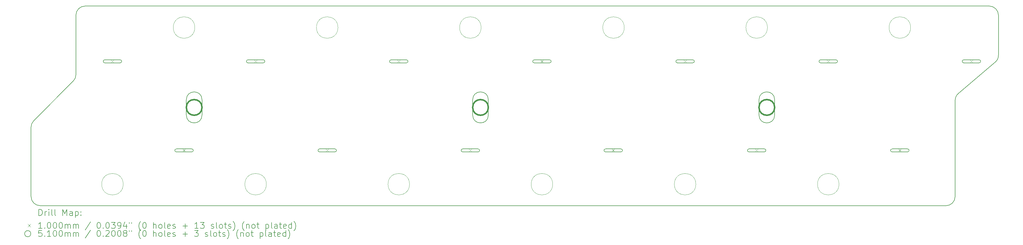
<source format=gbr>
%TF.GenerationSoftware,KiCad,Pcbnew,7.0.7*%
%TF.CreationDate,2023-09-19T02:58:42+01:00*%
%TF.ProjectId,segment-stagx,7365676d-656e-4742-9d73-746167782e6b,rev?*%
%TF.SameCoordinates,Original*%
%TF.FileFunction,Drillmap*%
%TF.FilePolarity,Positive*%
%FSLAX45Y45*%
G04 Gerber Fmt 4.5, Leading zero omitted, Abs format (unit mm)*
G04 Created by KiCad (PCBNEW 7.0.7) date 2023-09-19 02:58:42*
%MOMM*%
%LPD*%
G01*
G04 APERTURE LIST*
%ADD10C,0.150000*%
%ADD11C,0.050000*%
%ADD12C,0.200000*%
%ADD13C,0.100000*%
%ADD14C,0.510000*%
G04 APERTURE END LIST*
D10*
X6287866Y-11052130D02*
G75*
G03*
X6200000Y-11264264I212134J-212130D01*
G01*
D11*
X34830000Y-8020000D02*
G75*
G03*
X34830000Y-8020000I-350000J0D01*
G01*
X30170000Y-8020000D02*
G75*
G03*
X30170000Y-8020000I-350000J0D01*
G01*
X25510000Y-8020000D02*
G75*
G03*
X25510000Y-8020000I-350000J0D01*
G01*
X20850000Y-8020000D02*
G75*
G03*
X20850000Y-8020000I-350000J0D01*
G01*
X16190000Y-8020000D02*
G75*
G03*
X16190000Y-8020000I-350000J0D01*
G01*
X11530000Y-8020000D02*
G75*
G03*
X11530000Y-8020000I-350000J0D01*
G01*
X32500000Y-13120000D02*
G75*
G03*
X32500000Y-13120000I-350000J0D01*
G01*
X27840000Y-13120000D02*
G75*
G03*
X27840000Y-13120000I-350000J0D01*
G01*
X23180000Y-13120000D02*
G75*
G03*
X23180000Y-13120000I-350000J0D01*
G01*
X18520000Y-13120000D02*
G75*
G03*
X18520000Y-13120000I-350000J0D01*
G01*
X13860000Y-13120000D02*
G75*
G03*
X13860000Y-13120000I-350000J0D01*
G01*
D10*
X37690000Y-7620000D02*
G75*
G03*
X37390000Y-7320000I-300000J0D01*
G01*
X7572134Y-9767870D02*
G75*
G03*
X7660000Y-9555736I-212134J212130D01*
G01*
X6287868Y-11052132D02*
X7572132Y-9767868D01*
X7960000Y-7320000D02*
G75*
G03*
X7660000Y-7620000I0J-300000D01*
G01*
X7960000Y-7320000D02*
X37390000Y-7320000D01*
X7660000Y-9555736D02*
X7660000Y-7620000D01*
X35980000Y-13820000D02*
G75*
G03*
X36280000Y-13520000I0J300000D01*
G01*
X6200000Y-13520000D02*
G75*
G03*
X6500000Y-13820000I300000J0D01*
G01*
X6200000Y-13520000D02*
X6200000Y-11264264D01*
X35980000Y-13820000D02*
X6500000Y-13820000D01*
X36386033Y-10165130D02*
G75*
G03*
X36280000Y-10393995I193967J-228860D01*
G01*
X36280000Y-10393995D02*
X36280000Y-13520000D01*
X37583967Y-9149870D02*
G75*
G03*
X37690000Y-8921005I-193967J228860D01*
G01*
X37690000Y-7620000D02*
X37690000Y-8921005D01*
X37583965Y-9149867D02*
X36386036Y-10165133D01*
D11*
X9200000Y-13120000D02*
G75*
G03*
X9200000Y-13120000I-350000J0D01*
G01*
D12*
D13*
X8800000Y-9070000D02*
X8900000Y-9170000D01*
X8900000Y-9070000D02*
X8800000Y-9170000D01*
D12*
X8600000Y-9170000D02*
X9100000Y-9170000D01*
X9100000Y-9170000D02*
G75*
G03*
X9100000Y-9070000I0J50000D01*
G01*
X9100000Y-9070000D02*
X8600000Y-9070000D01*
X8600000Y-9070000D02*
G75*
G03*
X8600000Y-9170000I0J-50000D01*
G01*
D13*
X11130000Y-11970000D02*
X11230000Y-12070000D01*
X11230000Y-11970000D02*
X11130000Y-12070000D01*
D12*
X11430000Y-11970000D02*
X10930000Y-11970000D01*
X10930000Y-11970000D02*
G75*
G03*
X10930000Y-12070000I0J-50000D01*
G01*
X10930000Y-12070000D02*
X11430000Y-12070000D01*
X11430000Y-12070000D02*
G75*
G03*
X11430000Y-11970000I0J50000D01*
G01*
D13*
X13460000Y-9070000D02*
X13560000Y-9170000D01*
X13560000Y-9070000D02*
X13460000Y-9170000D01*
D12*
X13260000Y-9170000D02*
X13760000Y-9170000D01*
X13760000Y-9170000D02*
G75*
G03*
X13760000Y-9070000I0J50000D01*
G01*
X13760000Y-9070000D02*
X13260000Y-9070000D01*
X13260000Y-9070000D02*
G75*
G03*
X13260000Y-9170000I0J-50000D01*
G01*
D13*
X15790000Y-11970000D02*
X15890000Y-12070000D01*
X15890000Y-11970000D02*
X15790000Y-12070000D01*
D12*
X16090000Y-11970000D02*
X15590000Y-11970000D01*
X15590000Y-11970000D02*
G75*
G03*
X15590000Y-12070000I0J-50000D01*
G01*
X15590000Y-12070000D02*
X16090000Y-12070000D01*
X16090000Y-12070000D02*
G75*
G03*
X16090000Y-11970000I0J50000D01*
G01*
D13*
X18120000Y-9070000D02*
X18220000Y-9170000D01*
X18220000Y-9070000D02*
X18120000Y-9170000D01*
D12*
X17920000Y-9170000D02*
X18420000Y-9170000D01*
X18420000Y-9170000D02*
G75*
G03*
X18420000Y-9070000I0J50000D01*
G01*
X18420000Y-9070000D02*
X17920000Y-9070000D01*
X17920000Y-9070000D02*
G75*
G03*
X17920000Y-9170000I0J-50000D01*
G01*
D13*
X20450000Y-11970000D02*
X20550000Y-12070000D01*
X20550000Y-11970000D02*
X20450000Y-12070000D01*
D12*
X20750000Y-11970000D02*
X20250000Y-11970000D01*
X20250000Y-11970000D02*
G75*
G03*
X20250000Y-12070000I0J-50000D01*
G01*
X20250000Y-12070000D02*
X20750000Y-12070000D01*
X20750000Y-12070000D02*
G75*
G03*
X20750000Y-11970000I0J50000D01*
G01*
D13*
X22780000Y-9070000D02*
X22880000Y-9170000D01*
X22880000Y-9070000D02*
X22780000Y-9170000D01*
D12*
X22580000Y-9170000D02*
X23080000Y-9170000D01*
X23080000Y-9170000D02*
G75*
G03*
X23080000Y-9070000I0J50000D01*
G01*
X23080000Y-9070000D02*
X22580000Y-9070000D01*
X22580000Y-9070000D02*
G75*
G03*
X22580000Y-9170000I0J-50000D01*
G01*
D13*
X25100000Y-11970000D02*
X25200000Y-12070000D01*
X25200000Y-11970000D02*
X25100000Y-12070000D01*
D12*
X25400000Y-11970000D02*
X24900000Y-11970000D01*
X24900000Y-11970000D02*
G75*
G03*
X24900000Y-12070000I0J-50000D01*
G01*
X24900000Y-12070000D02*
X25400000Y-12070000D01*
X25400000Y-12070000D02*
G75*
G03*
X25400000Y-11970000I0J50000D01*
G01*
D13*
X27440000Y-9070000D02*
X27540000Y-9170000D01*
X27540000Y-9070000D02*
X27440000Y-9170000D01*
D12*
X27240000Y-9170000D02*
X27740000Y-9170000D01*
X27740000Y-9170000D02*
G75*
G03*
X27740000Y-9070000I0J50000D01*
G01*
X27740000Y-9070000D02*
X27240000Y-9070000D01*
X27240000Y-9070000D02*
G75*
G03*
X27240000Y-9170000I0J-50000D01*
G01*
D13*
X29770000Y-11970000D02*
X29870000Y-12070000D01*
X29870000Y-11970000D02*
X29770000Y-12070000D01*
D12*
X30070000Y-11970000D02*
X29570000Y-11970000D01*
X29570000Y-11970000D02*
G75*
G03*
X29570000Y-12070000I0J-50000D01*
G01*
X29570000Y-12070000D02*
X30070000Y-12070000D01*
X30070000Y-12070000D02*
G75*
G03*
X30070000Y-11970000I0J50000D01*
G01*
D13*
X32100000Y-9070000D02*
X32200000Y-9170000D01*
X32200000Y-9070000D02*
X32100000Y-9170000D01*
D12*
X31900000Y-9170000D02*
X32400000Y-9170000D01*
X32400000Y-9170000D02*
G75*
G03*
X32400000Y-9070000I0J50000D01*
G01*
X32400000Y-9070000D02*
X31900000Y-9070000D01*
X31900000Y-9070000D02*
G75*
G03*
X31900000Y-9170000I0J-50000D01*
G01*
D13*
X34430000Y-11970000D02*
X34530000Y-12070000D01*
X34530000Y-11970000D02*
X34430000Y-12070000D01*
D12*
X34730000Y-11970000D02*
X34230000Y-11970000D01*
X34230000Y-11970000D02*
G75*
G03*
X34230000Y-12070000I0J-50000D01*
G01*
X34230000Y-12070000D02*
X34730000Y-12070000D01*
X34730000Y-12070000D02*
G75*
G03*
X34730000Y-11970000I0J50000D01*
G01*
D13*
X36760000Y-9070000D02*
X36860000Y-9170000D01*
X36860000Y-9070000D02*
X36760000Y-9170000D01*
D12*
X36560000Y-9170000D02*
X37060000Y-9170000D01*
X37060000Y-9170000D02*
G75*
G03*
X37060000Y-9070000I0J50000D01*
G01*
X37060000Y-9070000D02*
X36560000Y-9070000D01*
X36560000Y-9070000D02*
G75*
G03*
X36560000Y-9170000I0J-50000D01*
G01*
D14*
X11765000Y-10620000D02*
G75*
G03*
X11765000Y-10620000I-255000J0D01*
G01*
D12*
X11255000Y-10370000D02*
X11255000Y-10870000D01*
X11255000Y-10870000D02*
G75*
G03*
X11765000Y-10870000I255000J0D01*
G01*
X11765000Y-10870000D02*
X11765000Y-10370000D01*
X11765000Y-10370000D02*
G75*
G03*
X11255000Y-10370000I-255000J0D01*
G01*
D14*
X21085000Y-10620000D02*
G75*
G03*
X21085000Y-10620000I-255000J0D01*
G01*
D12*
X20575000Y-10370000D02*
X20575000Y-10870000D01*
X20575000Y-10870000D02*
G75*
G03*
X21085000Y-10870000I255000J0D01*
G01*
X21085000Y-10870000D02*
X21085000Y-10370000D01*
X21085000Y-10370000D02*
G75*
G03*
X20575000Y-10370000I-255000J0D01*
G01*
D14*
X30405000Y-10620000D02*
G75*
G03*
X30405000Y-10620000I-255000J0D01*
G01*
D12*
X29895000Y-10370000D02*
X29895000Y-10870000D01*
X29895000Y-10870000D02*
G75*
G03*
X30405000Y-10870000I255000J0D01*
G01*
X30405000Y-10870000D02*
X30405000Y-10370000D01*
X30405000Y-10370000D02*
G75*
G03*
X29895000Y-10370000I-255000J0D01*
G01*
X6453277Y-14138984D02*
X6453277Y-13938984D01*
X6453277Y-13938984D02*
X6500896Y-13938984D01*
X6500896Y-13938984D02*
X6529467Y-13948508D01*
X6529467Y-13948508D02*
X6548515Y-13967555D01*
X6548515Y-13967555D02*
X6558039Y-13986603D01*
X6558039Y-13986603D02*
X6567562Y-14024698D01*
X6567562Y-14024698D02*
X6567562Y-14053269D01*
X6567562Y-14053269D02*
X6558039Y-14091365D01*
X6558039Y-14091365D02*
X6548515Y-14110412D01*
X6548515Y-14110412D02*
X6529467Y-14129460D01*
X6529467Y-14129460D02*
X6500896Y-14138984D01*
X6500896Y-14138984D02*
X6453277Y-14138984D01*
X6653277Y-14138984D02*
X6653277Y-14005650D01*
X6653277Y-14043746D02*
X6662801Y-14024698D01*
X6662801Y-14024698D02*
X6672324Y-14015174D01*
X6672324Y-14015174D02*
X6691372Y-14005650D01*
X6691372Y-14005650D02*
X6710420Y-14005650D01*
X6777086Y-14138984D02*
X6777086Y-14005650D01*
X6777086Y-13938984D02*
X6767562Y-13948508D01*
X6767562Y-13948508D02*
X6777086Y-13958031D01*
X6777086Y-13958031D02*
X6786610Y-13948508D01*
X6786610Y-13948508D02*
X6777086Y-13938984D01*
X6777086Y-13938984D02*
X6777086Y-13958031D01*
X6900896Y-14138984D02*
X6881848Y-14129460D01*
X6881848Y-14129460D02*
X6872324Y-14110412D01*
X6872324Y-14110412D02*
X6872324Y-13938984D01*
X7005658Y-14138984D02*
X6986610Y-14129460D01*
X6986610Y-14129460D02*
X6977086Y-14110412D01*
X6977086Y-14110412D02*
X6977086Y-13938984D01*
X7234229Y-14138984D02*
X7234229Y-13938984D01*
X7234229Y-13938984D02*
X7300896Y-14081841D01*
X7300896Y-14081841D02*
X7367562Y-13938984D01*
X7367562Y-13938984D02*
X7367562Y-14138984D01*
X7548515Y-14138984D02*
X7548515Y-14034222D01*
X7548515Y-14034222D02*
X7538991Y-14015174D01*
X7538991Y-14015174D02*
X7519943Y-14005650D01*
X7519943Y-14005650D02*
X7481848Y-14005650D01*
X7481848Y-14005650D02*
X7462801Y-14015174D01*
X7548515Y-14129460D02*
X7529467Y-14138984D01*
X7529467Y-14138984D02*
X7481848Y-14138984D01*
X7481848Y-14138984D02*
X7462801Y-14129460D01*
X7462801Y-14129460D02*
X7453277Y-14110412D01*
X7453277Y-14110412D02*
X7453277Y-14091365D01*
X7453277Y-14091365D02*
X7462801Y-14072317D01*
X7462801Y-14072317D02*
X7481848Y-14062793D01*
X7481848Y-14062793D02*
X7529467Y-14062793D01*
X7529467Y-14062793D02*
X7548515Y-14053269D01*
X7643753Y-14005650D02*
X7643753Y-14205650D01*
X7643753Y-14015174D02*
X7662801Y-14005650D01*
X7662801Y-14005650D02*
X7700896Y-14005650D01*
X7700896Y-14005650D02*
X7719943Y-14015174D01*
X7719943Y-14015174D02*
X7729467Y-14024698D01*
X7729467Y-14024698D02*
X7738991Y-14043746D01*
X7738991Y-14043746D02*
X7738991Y-14100888D01*
X7738991Y-14100888D02*
X7729467Y-14119936D01*
X7729467Y-14119936D02*
X7719943Y-14129460D01*
X7719943Y-14129460D02*
X7700896Y-14138984D01*
X7700896Y-14138984D02*
X7662801Y-14138984D01*
X7662801Y-14138984D02*
X7643753Y-14129460D01*
X7824705Y-14119936D02*
X7834229Y-14129460D01*
X7834229Y-14129460D02*
X7824705Y-14138984D01*
X7824705Y-14138984D02*
X7815182Y-14129460D01*
X7815182Y-14129460D02*
X7824705Y-14119936D01*
X7824705Y-14119936D02*
X7824705Y-14138984D01*
X7824705Y-14015174D02*
X7834229Y-14024698D01*
X7834229Y-14024698D02*
X7824705Y-14034222D01*
X7824705Y-14034222D02*
X7815182Y-14024698D01*
X7815182Y-14024698D02*
X7824705Y-14015174D01*
X7824705Y-14015174D02*
X7824705Y-14034222D01*
D13*
X6092500Y-14417500D02*
X6192500Y-14517500D01*
X6192500Y-14417500D02*
X6092500Y-14517500D01*
D12*
X6558039Y-14558984D02*
X6443753Y-14558984D01*
X6500896Y-14558984D02*
X6500896Y-14358984D01*
X6500896Y-14358984D02*
X6481848Y-14387555D01*
X6481848Y-14387555D02*
X6462801Y-14406603D01*
X6462801Y-14406603D02*
X6443753Y-14416127D01*
X6643753Y-14539936D02*
X6653277Y-14549460D01*
X6653277Y-14549460D02*
X6643753Y-14558984D01*
X6643753Y-14558984D02*
X6634229Y-14549460D01*
X6634229Y-14549460D02*
X6643753Y-14539936D01*
X6643753Y-14539936D02*
X6643753Y-14558984D01*
X6777086Y-14358984D02*
X6796134Y-14358984D01*
X6796134Y-14358984D02*
X6815182Y-14368508D01*
X6815182Y-14368508D02*
X6824705Y-14378031D01*
X6824705Y-14378031D02*
X6834229Y-14397079D01*
X6834229Y-14397079D02*
X6843753Y-14435174D01*
X6843753Y-14435174D02*
X6843753Y-14482793D01*
X6843753Y-14482793D02*
X6834229Y-14520888D01*
X6834229Y-14520888D02*
X6824705Y-14539936D01*
X6824705Y-14539936D02*
X6815182Y-14549460D01*
X6815182Y-14549460D02*
X6796134Y-14558984D01*
X6796134Y-14558984D02*
X6777086Y-14558984D01*
X6777086Y-14558984D02*
X6758039Y-14549460D01*
X6758039Y-14549460D02*
X6748515Y-14539936D01*
X6748515Y-14539936D02*
X6738991Y-14520888D01*
X6738991Y-14520888D02*
X6729467Y-14482793D01*
X6729467Y-14482793D02*
X6729467Y-14435174D01*
X6729467Y-14435174D02*
X6738991Y-14397079D01*
X6738991Y-14397079D02*
X6748515Y-14378031D01*
X6748515Y-14378031D02*
X6758039Y-14368508D01*
X6758039Y-14368508D02*
X6777086Y-14358984D01*
X6967562Y-14358984D02*
X6986610Y-14358984D01*
X6986610Y-14358984D02*
X7005658Y-14368508D01*
X7005658Y-14368508D02*
X7015182Y-14378031D01*
X7015182Y-14378031D02*
X7024705Y-14397079D01*
X7024705Y-14397079D02*
X7034229Y-14435174D01*
X7034229Y-14435174D02*
X7034229Y-14482793D01*
X7034229Y-14482793D02*
X7024705Y-14520888D01*
X7024705Y-14520888D02*
X7015182Y-14539936D01*
X7015182Y-14539936D02*
X7005658Y-14549460D01*
X7005658Y-14549460D02*
X6986610Y-14558984D01*
X6986610Y-14558984D02*
X6967562Y-14558984D01*
X6967562Y-14558984D02*
X6948515Y-14549460D01*
X6948515Y-14549460D02*
X6938991Y-14539936D01*
X6938991Y-14539936D02*
X6929467Y-14520888D01*
X6929467Y-14520888D02*
X6919943Y-14482793D01*
X6919943Y-14482793D02*
X6919943Y-14435174D01*
X6919943Y-14435174D02*
X6929467Y-14397079D01*
X6929467Y-14397079D02*
X6938991Y-14378031D01*
X6938991Y-14378031D02*
X6948515Y-14368508D01*
X6948515Y-14368508D02*
X6967562Y-14358984D01*
X7158039Y-14358984D02*
X7177086Y-14358984D01*
X7177086Y-14358984D02*
X7196134Y-14368508D01*
X7196134Y-14368508D02*
X7205658Y-14378031D01*
X7205658Y-14378031D02*
X7215182Y-14397079D01*
X7215182Y-14397079D02*
X7224705Y-14435174D01*
X7224705Y-14435174D02*
X7224705Y-14482793D01*
X7224705Y-14482793D02*
X7215182Y-14520888D01*
X7215182Y-14520888D02*
X7205658Y-14539936D01*
X7205658Y-14539936D02*
X7196134Y-14549460D01*
X7196134Y-14549460D02*
X7177086Y-14558984D01*
X7177086Y-14558984D02*
X7158039Y-14558984D01*
X7158039Y-14558984D02*
X7138991Y-14549460D01*
X7138991Y-14549460D02*
X7129467Y-14539936D01*
X7129467Y-14539936D02*
X7119943Y-14520888D01*
X7119943Y-14520888D02*
X7110420Y-14482793D01*
X7110420Y-14482793D02*
X7110420Y-14435174D01*
X7110420Y-14435174D02*
X7119943Y-14397079D01*
X7119943Y-14397079D02*
X7129467Y-14378031D01*
X7129467Y-14378031D02*
X7138991Y-14368508D01*
X7138991Y-14368508D02*
X7158039Y-14358984D01*
X7310420Y-14558984D02*
X7310420Y-14425650D01*
X7310420Y-14444698D02*
X7319943Y-14435174D01*
X7319943Y-14435174D02*
X7338991Y-14425650D01*
X7338991Y-14425650D02*
X7367563Y-14425650D01*
X7367563Y-14425650D02*
X7386610Y-14435174D01*
X7386610Y-14435174D02*
X7396134Y-14454222D01*
X7396134Y-14454222D02*
X7396134Y-14558984D01*
X7396134Y-14454222D02*
X7405658Y-14435174D01*
X7405658Y-14435174D02*
X7424705Y-14425650D01*
X7424705Y-14425650D02*
X7453277Y-14425650D01*
X7453277Y-14425650D02*
X7472324Y-14435174D01*
X7472324Y-14435174D02*
X7481848Y-14454222D01*
X7481848Y-14454222D02*
X7481848Y-14558984D01*
X7577086Y-14558984D02*
X7577086Y-14425650D01*
X7577086Y-14444698D02*
X7586610Y-14435174D01*
X7586610Y-14435174D02*
X7605658Y-14425650D01*
X7605658Y-14425650D02*
X7634229Y-14425650D01*
X7634229Y-14425650D02*
X7653277Y-14435174D01*
X7653277Y-14435174D02*
X7662801Y-14454222D01*
X7662801Y-14454222D02*
X7662801Y-14558984D01*
X7662801Y-14454222D02*
X7672324Y-14435174D01*
X7672324Y-14435174D02*
X7691372Y-14425650D01*
X7691372Y-14425650D02*
X7719943Y-14425650D01*
X7719943Y-14425650D02*
X7738991Y-14435174D01*
X7738991Y-14435174D02*
X7748515Y-14454222D01*
X7748515Y-14454222D02*
X7748515Y-14558984D01*
X8138991Y-14349460D02*
X7967563Y-14606603D01*
X8396134Y-14358984D02*
X8415182Y-14358984D01*
X8415182Y-14358984D02*
X8434229Y-14368508D01*
X8434229Y-14368508D02*
X8443753Y-14378031D01*
X8443753Y-14378031D02*
X8453277Y-14397079D01*
X8453277Y-14397079D02*
X8462801Y-14435174D01*
X8462801Y-14435174D02*
X8462801Y-14482793D01*
X8462801Y-14482793D02*
X8453277Y-14520888D01*
X8453277Y-14520888D02*
X8443753Y-14539936D01*
X8443753Y-14539936D02*
X8434229Y-14549460D01*
X8434229Y-14549460D02*
X8415182Y-14558984D01*
X8415182Y-14558984D02*
X8396134Y-14558984D01*
X8396134Y-14558984D02*
X8377086Y-14549460D01*
X8377086Y-14549460D02*
X8367563Y-14539936D01*
X8367563Y-14539936D02*
X8358039Y-14520888D01*
X8358039Y-14520888D02*
X8348515Y-14482793D01*
X8348515Y-14482793D02*
X8348515Y-14435174D01*
X8348515Y-14435174D02*
X8358039Y-14397079D01*
X8358039Y-14397079D02*
X8367563Y-14378031D01*
X8367563Y-14378031D02*
X8377086Y-14368508D01*
X8377086Y-14368508D02*
X8396134Y-14358984D01*
X8548515Y-14539936D02*
X8558039Y-14549460D01*
X8558039Y-14549460D02*
X8548515Y-14558984D01*
X8548515Y-14558984D02*
X8538991Y-14549460D01*
X8538991Y-14549460D02*
X8548515Y-14539936D01*
X8548515Y-14539936D02*
X8548515Y-14558984D01*
X8681848Y-14358984D02*
X8700896Y-14358984D01*
X8700896Y-14358984D02*
X8719944Y-14368508D01*
X8719944Y-14368508D02*
X8729468Y-14378031D01*
X8729468Y-14378031D02*
X8738991Y-14397079D01*
X8738991Y-14397079D02*
X8748515Y-14435174D01*
X8748515Y-14435174D02*
X8748515Y-14482793D01*
X8748515Y-14482793D02*
X8738991Y-14520888D01*
X8738991Y-14520888D02*
X8729468Y-14539936D01*
X8729468Y-14539936D02*
X8719944Y-14549460D01*
X8719944Y-14549460D02*
X8700896Y-14558984D01*
X8700896Y-14558984D02*
X8681848Y-14558984D01*
X8681848Y-14558984D02*
X8662801Y-14549460D01*
X8662801Y-14549460D02*
X8653277Y-14539936D01*
X8653277Y-14539936D02*
X8643753Y-14520888D01*
X8643753Y-14520888D02*
X8634229Y-14482793D01*
X8634229Y-14482793D02*
X8634229Y-14435174D01*
X8634229Y-14435174D02*
X8643753Y-14397079D01*
X8643753Y-14397079D02*
X8653277Y-14378031D01*
X8653277Y-14378031D02*
X8662801Y-14368508D01*
X8662801Y-14368508D02*
X8681848Y-14358984D01*
X8815182Y-14358984D02*
X8938991Y-14358984D01*
X8938991Y-14358984D02*
X8872325Y-14435174D01*
X8872325Y-14435174D02*
X8900896Y-14435174D01*
X8900896Y-14435174D02*
X8919944Y-14444698D01*
X8919944Y-14444698D02*
X8929468Y-14454222D01*
X8929468Y-14454222D02*
X8938991Y-14473269D01*
X8938991Y-14473269D02*
X8938991Y-14520888D01*
X8938991Y-14520888D02*
X8929468Y-14539936D01*
X8929468Y-14539936D02*
X8919944Y-14549460D01*
X8919944Y-14549460D02*
X8900896Y-14558984D01*
X8900896Y-14558984D02*
X8843753Y-14558984D01*
X8843753Y-14558984D02*
X8824706Y-14549460D01*
X8824706Y-14549460D02*
X8815182Y-14539936D01*
X9034229Y-14558984D02*
X9072325Y-14558984D01*
X9072325Y-14558984D02*
X9091372Y-14549460D01*
X9091372Y-14549460D02*
X9100896Y-14539936D01*
X9100896Y-14539936D02*
X9119944Y-14511365D01*
X9119944Y-14511365D02*
X9129468Y-14473269D01*
X9129468Y-14473269D02*
X9129468Y-14397079D01*
X9129468Y-14397079D02*
X9119944Y-14378031D01*
X9119944Y-14378031D02*
X9110420Y-14368508D01*
X9110420Y-14368508D02*
X9091372Y-14358984D01*
X9091372Y-14358984D02*
X9053277Y-14358984D01*
X9053277Y-14358984D02*
X9034229Y-14368508D01*
X9034229Y-14368508D02*
X9024706Y-14378031D01*
X9024706Y-14378031D02*
X9015182Y-14397079D01*
X9015182Y-14397079D02*
X9015182Y-14444698D01*
X9015182Y-14444698D02*
X9024706Y-14463746D01*
X9024706Y-14463746D02*
X9034229Y-14473269D01*
X9034229Y-14473269D02*
X9053277Y-14482793D01*
X9053277Y-14482793D02*
X9091372Y-14482793D01*
X9091372Y-14482793D02*
X9110420Y-14473269D01*
X9110420Y-14473269D02*
X9119944Y-14463746D01*
X9119944Y-14463746D02*
X9129468Y-14444698D01*
X9300896Y-14425650D02*
X9300896Y-14558984D01*
X9253277Y-14349460D02*
X9205658Y-14492317D01*
X9205658Y-14492317D02*
X9329468Y-14492317D01*
X9396134Y-14358984D02*
X9396134Y-14397079D01*
X9472325Y-14358984D02*
X9472325Y-14397079D01*
X9767563Y-14635174D02*
X9758039Y-14625650D01*
X9758039Y-14625650D02*
X9738991Y-14597079D01*
X9738991Y-14597079D02*
X9729468Y-14578031D01*
X9729468Y-14578031D02*
X9719944Y-14549460D01*
X9719944Y-14549460D02*
X9710420Y-14501841D01*
X9710420Y-14501841D02*
X9710420Y-14463746D01*
X9710420Y-14463746D02*
X9719944Y-14416127D01*
X9719944Y-14416127D02*
X9729468Y-14387555D01*
X9729468Y-14387555D02*
X9738991Y-14368508D01*
X9738991Y-14368508D02*
X9758039Y-14339936D01*
X9758039Y-14339936D02*
X9767563Y-14330412D01*
X9881849Y-14358984D02*
X9900896Y-14358984D01*
X9900896Y-14358984D02*
X9919944Y-14368508D01*
X9919944Y-14368508D02*
X9929468Y-14378031D01*
X9929468Y-14378031D02*
X9938991Y-14397079D01*
X9938991Y-14397079D02*
X9948515Y-14435174D01*
X9948515Y-14435174D02*
X9948515Y-14482793D01*
X9948515Y-14482793D02*
X9938991Y-14520888D01*
X9938991Y-14520888D02*
X9929468Y-14539936D01*
X9929468Y-14539936D02*
X9919944Y-14549460D01*
X9919944Y-14549460D02*
X9900896Y-14558984D01*
X9900896Y-14558984D02*
X9881849Y-14558984D01*
X9881849Y-14558984D02*
X9862801Y-14549460D01*
X9862801Y-14549460D02*
X9853277Y-14539936D01*
X9853277Y-14539936D02*
X9843753Y-14520888D01*
X9843753Y-14520888D02*
X9834230Y-14482793D01*
X9834230Y-14482793D02*
X9834230Y-14435174D01*
X9834230Y-14435174D02*
X9843753Y-14397079D01*
X9843753Y-14397079D02*
X9853277Y-14378031D01*
X9853277Y-14378031D02*
X9862801Y-14368508D01*
X9862801Y-14368508D02*
X9881849Y-14358984D01*
X10186611Y-14558984D02*
X10186611Y-14358984D01*
X10272325Y-14558984D02*
X10272325Y-14454222D01*
X10272325Y-14454222D02*
X10262801Y-14435174D01*
X10262801Y-14435174D02*
X10243753Y-14425650D01*
X10243753Y-14425650D02*
X10215182Y-14425650D01*
X10215182Y-14425650D02*
X10196134Y-14435174D01*
X10196134Y-14435174D02*
X10186611Y-14444698D01*
X10396134Y-14558984D02*
X10377087Y-14549460D01*
X10377087Y-14549460D02*
X10367563Y-14539936D01*
X10367563Y-14539936D02*
X10358039Y-14520888D01*
X10358039Y-14520888D02*
X10358039Y-14463746D01*
X10358039Y-14463746D02*
X10367563Y-14444698D01*
X10367563Y-14444698D02*
X10377087Y-14435174D01*
X10377087Y-14435174D02*
X10396134Y-14425650D01*
X10396134Y-14425650D02*
X10424706Y-14425650D01*
X10424706Y-14425650D02*
X10443753Y-14435174D01*
X10443753Y-14435174D02*
X10453277Y-14444698D01*
X10453277Y-14444698D02*
X10462801Y-14463746D01*
X10462801Y-14463746D02*
X10462801Y-14520888D01*
X10462801Y-14520888D02*
X10453277Y-14539936D01*
X10453277Y-14539936D02*
X10443753Y-14549460D01*
X10443753Y-14549460D02*
X10424706Y-14558984D01*
X10424706Y-14558984D02*
X10396134Y-14558984D01*
X10577087Y-14558984D02*
X10558039Y-14549460D01*
X10558039Y-14549460D02*
X10548515Y-14530412D01*
X10548515Y-14530412D02*
X10548515Y-14358984D01*
X10729468Y-14549460D02*
X10710420Y-14558984D01*
X10710420Y-14558984D02*
X10672325Y-14558984D01*
X10672325Y-14558984D02*
X10653277Y-14549460D01*
X10653277Y-14549460D02*
X10643753Y-14530412D01*
X10643753Y-14530412D02*
X10643753Y-14454222D01*
X10643753Y-14454222D02*
X10653277Y-14435174D01*
X10653277Y-14435174D02*
X10672325Y-14425650D01*
X10672325Y-14425650D02*
X10710420Y-14425650D01*
X10710420Y-14425650D02*
X10729468Y-14435174D01*
X10729468Y-14435174D02*
X10738992Y-14454222D01*
X10738992Y-14454222D02*
X10738992Y-14473269D01*
X10738992Y-14473269D02*
X10643753Y-14492317D01*
X10815182Y-14549460D02*
X10834230Y-14558984D01*
X10834230Y-14558984D02*
X10872325Y-14558984D01*
X10872325Y-14558984D02*
X10891373Y-14549460D01*
X10891373Y-14549460D02*
X10900896Y-14530412D01*
X10900896Y-14530412D02*
X10900896Y-14520888D01*
X10900896Y-14520888D02*
X10891373Y-14501841D01*
X10891373Y-14501841D02*
X10872325Y-14492317D01*
X10872325Y-14492317D02*
X10843753Y-14492317D01*
X10843753Y-14492317D02*
X10824706Y-14482793D01*
X10824706Y-14482793D02*
X10815182Y-14463746D01*
X10815182Y-14463746D02*
X10815182Y-14454222D01*
X10815182Y-14454222D02*
X10824706Y-14435174D01*
X10824706Y-14435174D02*
X10843753Y-14425650D01*
X10843753Y-14425650D02*
X10872325Y-14425650D01*
X10872325Y-14425650D02*
X10891373Y-14435174D01*
X11138992Y-14482793D02*
X11291373Y-14482793D01*
X11215182Y-14558984D02*
X11215182Y-14406603D01*
X11643753Y-14558984D02*
X11529468Y-14558984D01*
X11586611Y-14558984D02*
X11586611Y-14358984D01*
X11586611Y-14358984D02*
X11567563Y-14387555D01*
X11567563Y-14387555D02*
X11548515Y-14406603D01*
X11548515Y-14406603D02*
X11529468Y-14416127D01*
X11710420Y-14358984D02*
X11834230Y-14358984D01*
X11834230Y-14358984D02*
X11767563Y-14435174D01*
X11767563Y-14435174D02*
X11796134Y-14435174D01*
X11796134Y-14435174D02*
X11815182Y-14444698D01*
X11815182Y-14444698D02*
X11824706Y-14454222D01*
X11824706Y-14454222D02*
X11834230Y-14473269D01*
X11834230Y-14473269D02*
X11834230Y-14520888D01*
X11834230Y-14520888D02*
X11824706Y-14539936D01*
X11824706Y-14539936D02*
X11815182Y-14549460D01*
X11815182Y-14549460D02*
X11796134Y-14558984D01*
X11796134Y-14558984D02*
X11738992Y-14558984D01*
X11738992Y-14558984D02*
X11719944Y-14549460D01*
X11719944Y-14549460D02*
X11710420Y-14539936D01*
X12062801Y-14549460D02*
X12081849Y-14558984D01*
X12081849Y-14558984D02*
X12119944Y-14558984D01*
X12119944Y-14558984D02*
X12138992Y-14549460D01*
X12138992Y-14549460D02*
X12148515Y-14530412D01*
X12148515Y-14530412D02*
X12148515Y-14520888D01*
X12148515Y-14520888D02*
X12138992Y-14501841D01*
X12138992Y-14501841D02*
X12119944Y-14492317D01*
X12119944Y-14492317D02*
X12091373Y-14492317D01*
X12091373Y-14492317D02*
X12072325Y-14482793D01*
X12072325Y-14482793D02*
X12062801Y-14463746D01*
X12062801Y-14463746D02*
X12062801Y-14454222D01*
X12062801Y-14454222D02*
X12072325Y-14435174D01*
X12072325Y-14435174D02*
X12091373Y-14425650D01*
X12091373Y-14425650D02*
X12119944Y-14425650D01*
X12119944Y-14425650D02*
X12138992Y-14435174D01*
X12262801Y-14558984D02*
X12243754Y-14549460D01*
X12243754Y-14549460D02*
X12234230Y-14530412D01*
X12234230Y-14530412D02*
X12234230Y-14358984D01*
X12367563Y-14558984D02*
X12348515Y-14549460D01*
X12348515Y-14549460D02*
X12338992Y-14539936D01*
X12338992Y-14539936D02*
X12329468Y-14520888D01*
X12329468Y-14520888D02*
X12329468Y-14463746D01*
X12329468Y-14463746D02*
X12338992Y-14444698D01*
X12338992Y-14444698D02*
X12348515Y-14435174D01*
X12348515Y-14435174D02*
X12367563Y-14425650D01*
X12367563Y-14425650D02*
X12396135Y-14425650D01*
X12396135Y-14425650D02*
X12415182Y-14435174D01*
X12415182Y-14435174D02*
X12424706Y-14444698D01*
X12424706Y-14444698D02*
X12434230Y-14463746D01*
X12434230Y-14463746D02*
X12434230Y-14520888D01*
X12434230Y-14520888D02*
X12424706Y-14539936D01*
X12424706Y-14539936D02*
X12415182Y-14549460D01*
X12415182Y-14549460D02*
X12396135Y-14558984D01*
X12396135Y-14558984D02*
X12367563Y-14558984D01*
X12491373Y-14425650D02*
X12567563Y-14425650D01*
X12519944Y-14358984D02*
X12519944Y-14530412D01*
X12519944Y-14530412D02*
X12529468Y-14549460D01*
X12529468Y-14549460D02*
X12548515Y-14558984D01*
X12548515Y-14558984D02*
X12567563Y-14558984D01*
X12624706Y-14549460D02*
X12643754Y-14558984D01*
X12643754Y-14558984D02*
X12681849Y-14558984D01*
X12681849Y-14558984D02*
X12700896Y-14549460D01*
X12700896Y-14549460D02*
X12710420Y-14530412D01*
X12710420Y-14530412D02*
X12710420Y-14520888D01*
X12710420Y-14520888D02*
X12700896Y-14501841D01*
X12700896Y-14501841D02*
X12681849Y-14492317D01*
X12681849Y-14492317D02*
X12653277Y-14492317D01*
X12653277Y-14492317D02*
X12634230Y-14482793D01*
X12634230Y-14482793D02*
X12624706Y-14463746D01*
X12624706Y-14463746D02*
X12624706Y-14454222D01*
X12624706Y-14454222D02*
X12634230Y-14435174D01*
X12634230Y-14435174D02*
X12653277Y-14425650D01*
X12653277Y-14425650D02*
X12681849Y-14425650D01*
X12681849Y-14425650D02*
X12700896Y-14435174D01*
X12777087Y-14635174D02*
X12786611Y-14625650D01*
X12786611Y-14625650D02*
X12805658Y-14597079D01*
X12805658Y-14597079D02*
X12815182Y-14578031D01*
X12815182Y-14578031D02*
X12824706Y-14549460D01*
X12824706Y-14549460D02*
X12834230Y-14501841D01*
X12834230Y-14501841D02*
X12834230Y-14463746D01*
X12834230Y-14463746D02*
X12824706Y-14416127D01*
X12824706Y-14416127D02*
X12815182Y-14387555D01*
X12815182Y-14387555D02*
X12805658Y-14368508D01*
X12805658Y-14368508D02*
X12786611Y-14339936D01*
X12786611Y-14339936D02*
X12777087Y-14330412D01*
X13138992Y-14635174D02*
X13129468Y-14625650D01*
X13129468Y-14625650D02*
X13110420Y-14597079D01*
X13110420Y-14597079D02*
X13100896Y-14578031D01*
X13100896Y-14578031D02*
X13091373Y-14549460D01*
X13091373Y-14549460D02*
X13081849Y-14501841D01*
X13081849Y-14501841D02*
X13081849Y-14463746D01*
X13081849Y-14463746D02*
X13091373Y-14416127D01*
X13091373Y-14416127D02*
X13100896Y-14387555D01*
X13100896Y-14387555D02*
X13110420Y-14368508D01*
X13110420Y-14368508D02*
X13129468Y-14339936D01*
X13129468Y-14339936D02*
X13138992Y-14330412D01*
X13215182Y-14425650D02*
X13215182Y-14558984D01*
X13215182Y-14444698D02*
X13224706Y-14435174D01*
X13224706Y-14435174D02*
X13243754Y-14425650D01*
X13243754Y-14425650D02*
X13272325Y-14425650D01*
X13272325Y-14425650D02*
X13291373Y-14435174D01*
X13291373Y-14435174D02*
X13300896Y-14454222D01*
X13300896Y-14454222D02*
X13300896Y-14558984D01*
X13424706Y-14558984D02*
X13405658Y-14549460D01*
X13405658Y-14549460D02*
X13396135Y-14539936D01*
X13396135Y-14539936D02*
X13386611Y-14520888D01*
X13386611Y-14520888D02*
X13386611Y-14463746D01*
X13386611Y-14463746D02*
X13396135Y-14444698D01*
X13396135Y-14444698D02*
X13405658Y-14435174D01*
X13405658Y-14435174D02*
X13424706Y-14425650D01*
X13424706Y-14425650D02*
X13453277Y-14425650D01*
X13453277Y-14425650D02*
X13472325Y-14435174D01*
X13472325Y-14435174D02*
X13481849Y-14444698D01*
X13481849Y-14444698D02*
X13491373Y-14463746D01*
X13491373Y-14463746D02*
X13491373Y-14520888D01*
X13491373Y-14520888D02*
X13481849Y-14539936D01*
X13481849Y-14539936D02*
X13472325Y-14549460D01*
X13472325Y-14549460D02*
X13453277Y-14558984D01*
X13453277Y-14558984D02*
X13424706Y-14558984D01*
X13548516Y-14425650D02*
X13624706Y-14425650D01*
X13577087Y-14358984D02*
X13577087Y-14530412D01*
X13577087Y-14530412D02*
X13586611Y-14549460D01*
X13586611Y-14549460D02*
X13605658Y-14558984D01*
X13605658Y-14558984D02*
X13624706Y-14558984D01*
X13843754Y-14425650D02*
X13843754Y-14625650D01*
X13843754Y-14435174D02*
X13862801Y-14425650D01*
X13862801Y-14425650D02*
X13900897Y-14425650D01*
X13900897Y-14425650D02*
X13919944Y-14435174D01*
X13919944Y-14435174D02*
X13929468Y-14444698D01*
X13929468Y-14444698D02*
X13938992Y-14463746D01*
X13938992Y-14463746D02*
X13938992Y-14520888D01*
X13938992Y-14520888D02*
X13929468Y-14539936D01*
X13929468Y-14539936D02*
X13919944Y-14549460D01*
X13919944Y-14549460D02*
X13900897Y-14558984D01*
X13900897Y-14558984D02*
X13862801Y-14558984D01*
X13862801Y-14558984D02*
X13843754Y-14549460D01*
X14053277Y-14558984D02*
X14034230Y-14549460D01*
X14034230Y-14549460D02*
X14024706Y-14530412D01*
X14024706Y-14530412D02*
X14024706Y-14358984D01*
X14215182Y-14558984D02*
X14215182Y-14454222D01*
X14215182Y-14454222D02*
X14205658Y-14435174D01*
X14205658Y-14435174D02*
X14186611Y-14425650D01*
X14186611Y-14425650D02*
X14148516Y-14425650D01*
X14148516Y-14425650D02*
X14129468Y-14435174D01*
X14215182Y-14549460D02*
X14196135Y-14558984D01*
X14196135Y-14558984D02*
X14148516Y-14558984D01*
X14148516Y-14558984D02*
X14129468Y-14549460D01*
X14129468Y-14549460D02*
X14119944Y-14530412D01*
X14119944Y-14530412D02*
X14119944Y-14511365D01*
X14119944Y-14511365D02*
X14129468Y-14492317D01*
X14129468Y-14492317D02*
X14148516Y-14482793D01*
X14148516Y-14482793D02*
X14196135Y-14482793D01*
X14196135Y-14482793D02*
X14215182Y-14473269D01*
X14281849Y-14425650D02*
X14358039Y-14425650D01*
X14310420Y-14358984D02*
X14310420Y-14530412D01*
X14310420Y-14530412D02*
X14319944Y-14549460D01*
X14319944Y-14549460D02*
X14338992Y-14558984D01*
X14338992Y-14558984D02*
X14358039Y-14558984D01*
X14500897Y-14549460D02*
X14481849Y-14558984D01*
X14481849Y-14558984D02*
X14443754Y-14558984D01*
X14443754Y-14558984D02*
X14424706Y-14549460D01*
X14424706Y-14549460D02*
X14415182Y-14530412D01*
X14415182Y-14530412D02*
X14415182Y-14454222D01*
X14415182Y-14454222D02*
X14424706Y-14435174D01*
X14424706Y-14435174D02*
X14443754Y-14425650D01*
X14443754Y-14425650D02*
X14481849Y-14425650D01*
X14481849Y-14425650D02*
X14500897Y-14435174D01*
X14500897Y-14435174D02*
X14510420Y-14454222D01*
X14510420Y-14454222D02*
X14510420Y-14473269D01*
X14510420Y-14473269D02*
X14415182Y-14492317D01*
X14681849Y-14558984D02*
X14681849Y-14358984D01*
X14681849Y-14549460D02*
X14662801Y-14558984D01*
X14662801Y-14558984D02*
X14624706Y-14558984D01*
X14624706Y-14558984D02*
X14605658Y-14549460D01*
X14605658Y-14549460D02*
X14596135Y-14539936D01*
X14596135Y-14539936D02*
X14586611Y-14520888D01*
X14586611Y-14520888D02*
X14586611Y-14463746D01*
X14586611Y-14463746D02*
X14596135Y-14444698D01*
X14596135Y-14444698D02*
X14605658Y-14435174D01*
X14605658Y-14435174D02*
X14624706Y-14425650D01*
X14624706Y-14425650D02*
X14662801Y-14425650D01*
X14662801Y-14425650D02*
X14681849Y-14435174D01*
X14758039Y-14635174D02*
X14767563Y-14625650D01*
X14767563Y-14625650D02*
X14786611Y-14597079D01*
X14786611Y-14597079D02*
X14796135Y-14578031D01*
X14796135Y-14578031D02*
X14805658Y-14549460D01*
X14805658Y-14549460D02*
X14815182Y-14501841D01*
X14815182Y-14501841D02*
X14815182Y-14463746D01*
X14815182Y-14463746D02*
X14805658Y-14416127D01*
X14805658Y-14416127D02*
X14796135Y-14387555D01*
X14796135Y-14387555D02*
X14786611Y-14368508D01*
X14786611Y-14368508D02*
X14767563Y-14339936D01*
X14767563Y-14339936D02*
X14758039Y-14330412D01*
X6192500Y-14731500D02*
G75*
G03*
X6192500Y-14731500I-100000J0D01*
G01*
X6548515Y-14622984D02*
X6453277Y-14622984D01*
X6453277Y-14622984D02*
X6443753Y-14718222D01*
X6443753Y-14718222D02*
X6453277Y-14708698D01*
X6453277Y-14708698D02*
X6472324Y-14699174D01*
X6472324Y-14699174D02*
X6519943Y-14699174D01*
X6519943Y-14699174D02*
X6538991Y-14708698D01*
X6538991Y-14708698D02*
X6548515Y-14718222D01*
X6548515Y-14718222D02*
X6558039Y-14737269D01*
X6558039Y-14737269D02*
X6558039Y-14784888D01*
X6558039Y-14784888D02*
X6548515Y-14803936D01*
X6548515Y-14803936D02*
X6538991Y-14813460D01*
X6538991Y-14813460D02*
X6519943Y-14822984D01*
X6519943Y-14822984D02*
X6472324Y-14822984D01*
X6472324Y-14822984D02*
X6453277Y-14813460D01*
X6453277Y-14813460D02*
X6443753Y-14803936D01*
X6643753Y-14803936D02*
X6653277Y-14813460D01*
X6653277Y-14813460D02*
X6643753Y-14822984D01*
X6643753Y-14822984D02*
X6634229Y-14813460D01*
X6634229Y-14813460D02*
X6643753Y-14803936D01*
X6643753Y-14803936D02*
X6643753Y-14822984D01*
X6843753Y-14822984D02*
X6729467Y-14822984D01*
X6786610Y-14822984D02*
X6786610Y-14622984D01*
X6786610Y-14622984D02*
X6767562Y-14651555D01*
X6767562Y-14651555D02*
X6748515Y-14670603D01*
X6748515Y-14670603D02*
X6729467Y-14680127D01*
X6967562Y-14622984D02*
X6986610Y-14622984D01*
X6986610Y-14622984D02*
X7005658Y-14632508D01*
X7005658Y-14632508D02*
X7015182Y-14642031D01*
X7015182Y-14642031D02*
X7024705Y-14661079D01*
X7024705Y-14661079D02*
X7034229Y-14699174D01*
X7034229Y-14699174D02*
X7034229Y-14746793D01*
X7034229Y-14746793D02*
X7024705Y-14784888D01*
X7024705Y-14784888D02*
X7015182Y-14803936D01*
X7015182Y-14803936D02*
X7005658Y-14813460D01*
X7005658Y-14813460D02*
X6986610Y-14822984D01*
X6986610Y-14822984D02*
X6967562Y-14822984D01*
X6967562Y-14822984D02*
X6948515Y-14813460D01*
X6948515Y-14813460D02*
X6938991Y-14803936D01*
X6938991Y-14803936D02*
X6929467Y-14784888D01*
X6929467Y-14784888D02*
X6919943Y-14746793D01*
X6919943Y-14746793D02*
X6919943Y-14699174D01*
X6919943Y-14699174D02*
X6929467Y-14661079D01*
X6929467Y-14661079D02*
X6938991Y-14642031D01*
X6938991Y-14642031D02*
X6948515Y-14632508D01*
X6948515Y-14632508D02*
X6967562Y-14622984D01*
X7158039Y-14622984D02*
X7177086Y-14622984D01*
X7177086Y-14622984D02*
X7196134Y-14632508D01*
X7196134Y-14632508D02*
X7205658Y-14642031D01*
X7205658Y-14642031D02*
X7215182Y-14661079D01*
X7215182Y-14661079D02*
X7224705Y-14699174D01*
X7224705Y-14699174D02*
X7224705Y-14746793D01*
X7224705Y-14746793D02*
X7215182Y-14784888D01*
X7215182Y-14784888D02*
X7205658Y-14803936D01*
X7205658Y-14803936D02*
X7196134Y-14813460D01*
X7196134Y-14813460D02*
X7177086Y-14822984D01*
X7177086Y-14822984D02*
X7158039Y-14822984D01*
X7158039Y-14822984D02*
X7138991Y-14813460D01*
X7138991Y-14813460D02*
X7129467Y-14803936D01*
X7129467Y-14803936D02*
X7119943Y-14784888D01*
X7119943Y-14784888D02*
X7110420Y-14746793D01*
X7110420Y-14746793D02*
X7110420Y-14699174D01*
X7110420Y-14699174D02*
X7119943Y-14661079D01*
X7119943Y-14661079D02*
X7129467Y-14642031D01*
X7129467Y-14642031D02*
X7138991Y-14632508D01*
X7138991Y-14632508D02*
X7158039Y-14622984D01*
X7310420Y-14822984D02*
X7310420Y-14689650D01*
X7310420Y-14708698D02*
X7319943Y-14699174D01*
X7319943Y-14699174D02*
X7338991Y-14689650D01*
X7338991Y-14689650D02*
X7367563Y-14689650D01*
X7367563Y-14689650D02*
X7386610Y-14699174D01*
X7386610Y-14699174D02*
X7396134Y-14718222D01*
X7396134Y-14718222D02*
X7396134Y-14822984D01*
X7396134Y-14718222D02*
X7405658Y-14699174D01*
X7405658Y-14699174D02*
X7424705Y-14689650D01*
X7424705Y-14689650D02*
X7453277Y-14689650D01*
X7453277Y-14689650D02*
X7472324Y-14699174D01*
X7472324Y-14699174D02*
X7481848Y-14718222D01*
X7481848Y-14718222D02*
X7481848Y-14822984D01*
X7577086Y-14822984D02*
X7577086Y-14689650D01*
X7577086Y-14708698D02*
X7586610Y-14699174D01*
X7586610Y-14699174D02*
X7605658Y-14689650D01*
X7605658Y-14689650D02*
X7634229Y-14689650D01*
X7634229Y-14689650D02*
X7653277Y-14699174D01*
X7653277Y-14699174D02*
X7662801Y-14718222D01*
X7662801Y-14718222D02*
X7662801Y-14822984D01*
X7662801Y-14718222D02*
X7672324Y-14699174D01*
X7672324Y-14699174D02*
X7691372Y-14689650D01*
X7691372Y-14689650D02*
X7719943Y-14689650D01*
X7719943Y-14689650D02*
X7738991Y-14699174D01*
X7738991Y-14699174D02*
X7748515Y-14718222D01*
X7748515Y-14718222D02*
X7748515Y-14822984D01*
X8138991Y-14613460D02*
X7967563Y-14870603D01*
X8396134Y-14622984D02*
X8415182Y-14622984D01*
X8415182Y-14622984D02*
X8434229Y-14632508D01*
X8434229Y-14632508D02*
X8443753Y-14642031D01*
X8443753Y-14642031D02*
X8453277Y-14661079D01*
X8453277Y-14661079D02*
X8462801Y-14699174D01*
X8462801Y-14699174D02*
X8462801Y-14746793D01*
X8462801Y-14746793D02*
X8453277Y-14784888D01*
X8453277Y-14784888D02*
X8443753Y-14803936D01*
X8443753Y-14803936D02*
X8434229Y-14813460D01*
X8434229Y-14813460D02*
X8415182Y-14822984D01*
X8415182Y-14822984D02*
X8396134Y-14822984D01*
X8396134Y-14822984D02*
X8377086Y-14813460D01*
X8377086Y-14813460D02*
X8367563Y-14803936D01*
X8367563Y-14803936D02*
X8358039Y-14784888D01*
X8358039Y-14784888D02*
X8348515Y-14746793D01*
X8348515Y-14746793D02*
X8348515Y-14699174D01*
X8348515Y-14699174D02*
X8358039Y-14661079D01*
X8358039Y-14661079D02*
X8367563Y-14642031D01*
X8367563Y-14642031D02*
X8377086Y-14632508D01*
X8377086Y-14632508D02*
X8396134Y-14622984D01*
X8548515Y-14803936D02*
X8558039Y-14813460D01*
X8558039Y-14813460D02*
X8548515Y-14822984D01*
X8548515Y-14822984D02*
X8538991Y-14813460D01*
X8538991Y-14813460D02*
X8548515Y-14803936D01*
X8548515Y-14803936D02*
X8548515Y-14822984D01*
X8634229Y-14642031D02*
X8643753Y-14632508D01*
X8643753Y-14632508D02*
X8662801Y-14622984D01*
X8662801Y-14622984D02*
X8710420Y-14622984D01*
X8710420Y-14622984D02*
X8729468Y-14632508D01*
X8729468Y-14632508D02*
X8738991Y-14642031D01*
X8738991Y-14642031D02*
X8748515Y-14661079D01*
X8748515Y-14661079D02*
X8748515Y-14680127D01*
X8748515Y-14680127D02*
X8738991Y-14708698D01*
X8738991Y-14708698D02*
X8624706Y-14822984D01*
X8624706Y-14822984D02*
X8748515Y-14822984D01*
X8872325Y-14622984D02*
X8891372Y-14622984D01*
X8891372Y-14622984D02*
X8910420Y-14632508D01*
X8910420Y-14632508D02*
X8919944Y-14642031D01*
X8919944Y-14642031D02*
X8929468Y-14661079D01*
X8929468Y-14661079D02*
X8938991Y-14699174D01*
X8938991Y-14699174D02*
X8938991Y-14746793D01*
X8938991Y-14746793D02*
X8929468Y-14784888D01*
X8929468Y-14784888D02*
X8919944Y-14803936D01*
X8919944Y-14803936D02*
X8910420Y-14813460D01*
X8910420Y-14813460D02*
X8891372Y-14822984D01*
X8891372Y-14822984D02*
X8872325Y-14822984D01*
X8872325Y-14822984D02*
X8853277Y-14813460D01*
X8853277Y-14813460D02*
X8843753Y-14803936D01*
X8843753Y-14803936D02*
X8834229Y-14784888D01*
X8834229Y-14784888D02*
X8824706Y-14746793D01*
X8824706Y-14746793D02*
X8824706Y-14699174D01*
X8824706Y-14699174D02*
X8834229Y-14661079D01*
X8834229Y-14661079D02*
X8843753Y-14642031D01*
X8843753Y-14642031D02*
X8853277Y-14632508D01*
X8853277Y-14632508D02*
X8872325Y-14622984D01*
X9062801Y-14622984D02*
X9081849Y-14622984D01*
X9081849Y-14622984D02*
X9100896Y-14632508D01*
X9100896Y-14632508D02*
X9110420Y-14642031D01*
X9110420Y-14642031D02*
X9119944Y-14661079D01*
X9119944Y-14661079D02*
X9129468Y-14699174D01*
X9129468Y-14699174D02*
X9129468Y-14746793D01*
X9129468Y-14746793D02*
X9119944Y-14784888D01*
X9119944Y-14784888D02*
X9110420Y-14803936D01*
X9110420Y-14803936D02*
X9100896Y-14813460D01*
X9100896Y-14813460D02*
X9081849Y-14822984D01*
X9081849Y-14822984D02*
X9062801Y-14822984D01*
X9062801Y-14822984D02*
X9043753Y-14813460D01*
X9043753Y-14813460D02*
X9034229Y-14803936D01*
X9034229Y-14803936D02*
X9024706Y-14784888D01*
X9024706Y-14784888D02*
X9015182Y-14746793D01*
X9015182Y-14746793D02*
X9015182Y-14699174D01*
X9015182Y-14699174D02*
X9024706Y-14661079D01*
X9024706Y-14661079D02*
X9034229Y-14642031D01*
X9034229Y-14642031D02*
X9043753Y-14632508D01*
X9043753Y-14632508D02*
X9062801Y-14622984D01*
X9243753Y-14708698D02*
X9224706Y-14699174D01*
X9224706Y-14699174D02*
X9215182Y-14689650D01*
X9215182Y-14689650D02*
X9205658Y-14670603D01*
X9205658Y-14670603D02*
X9205658Y-14661079D01*
X9205658Y-14661079D02*
X9215182Y-14642031D01*
X9215182Y-14642031D02*
X9224706Y-14632508D01*
X9224706Y-14632508D02*
X9243753Y-14622984D01*
X9243753Y-14622984D02*
X9281849Y-14622984D01*
X9281849Y-14622984D02*
X9300896Y-14632508D01*
X9300896Y-14632508D02*
X9310420Y-14642031D01*
X9310420Y-14642031D02*
X9319944Y-14661079D01*
X9319944Y-14661079D02*
X9319944Y-14670603D01*
X9319944Y-14670603D02*
X9310420Y-14689650D01*
X9310420Y-14689650D02*
X9300896Y-14699174D01*
X9300896Y-14699174D02*
X9281849Y-14708698D01*
X9281849Y-14708698D02*
X9243753Y-14708698D01*
X9243753Y-14708698D02*
X9224706Y-14718222D01*
X9224706Y-14718222D02*
X9215182Y-14727746D01*
X9215182Y-14727746D02*
X9205658Y-14746793D01*
X9205658Y-14746793D02*
X9205658Y-14784888D01*
X9205658Y-14784888D02*
X9215182Y-14803936D01*
X9215182Y-14803936D02*
X9224706Y-14813460D01*
X9224706Y-14813460D02*
X9243753Y-14822984D01*
X9243753Y-14822984D02*
X9281849Y-14822984D01*
X9281849Y-14822984D02*
X9300896Y-14813460D01*
X9300896Y-14813460D02*
X9310420Y-14803936D01*
X9310420Y-14803936D02*
X9319944Y-14784888D01*
X9319944Y-14784888D02*
X9319944Y-14746793D01*
X9319944Y-14746793D02*
X9310420Y-14727746D01*
X9310420Y-14727746D02*
X9300896Y-14718222D01*
X9300896Y-14718222D02*
X9281849Y-14708698D01*
X9396134Y-14622984D02*
X9396134Y-14661079D01*
X9472325Y-14622984D02*
X9472325Y-14661079D01*
X9767563Y-14899174D02*
X9758039Y-14889650D01*
X9758039Y-14889650D02*
X9738991Y-14861079D01*
X9738991Y-14861079D02*
X9729468Y-14842031D01*
X9729468Y-14842031D02*
X9719944Y-14813460D01*
X9719944Y-14813460D02*
X9710420Y-14765841D01*
X9710420Y-14765841D02*
X9710420Y-14727746D01*
X9710420Y-14727746D02*
X9719944Y-14680127D01*
X9719944Y-14680127D02*
X9729468Y-14651555D01*
X9729468Y-14651555D02*
X9738991Y-14632508D01*
X9738991Y-14632508D02*
X9758039Y-14603936D01*
X9758039Y-14603936D02*
X9767563Y-14594412D01*
X9881849Y-14622984D02*
X9900896Y-14622984D01*
X9900896Y-14622984D02*
X9919944Y-14632508D01*
X9919944Y-14632508D02*
X9929468Y-14642031D01*
X9929468Y-14642031D02*
X9938991Y-14661079D01*
X9938991Y-14661079D02*
X9948515Y-14699174D01*
X9948515Y-14699174D02*
X9948515Y-14746793D01*
X9948515Y-14746793D02*
X9938991Y-14784888D01*
X9938991Y-14784888D02*
X9929468Y-14803936D01*
X9929468Y-14803936D02*
X9919944Y-14813460D01*
X9919944Y-14813460D02*
X9900896Y-14822984D01*
X9900896Y-14822984D02*
X9881849Y-14822984D01*
X9881849Y-14822984D02*
X9862801Y-14813460D01*
X9862801Y-14813460D02*
X9853277Y-14803936D01*
X9853277Y-14803936D02*
X9843753Y-14784888D01*
X9843753Y-14784888D02*
X9834230Y-14746793D01*
X9834230Y-14746793D02*
X9834230Y-14699174D01*
X9834230Y-14699174D02*
X9843753Y-14661079D01*
X9843753Y-14661079D02*
X9853277Y-14642031D01*
X9853277Y-14642031D02*
X9862801Y-14632508D01*
X9862801Y-14632508D02*
X9881849Y-14622984D01*
X10186611Y-14822984D02*
X10186611Y-14622984D01*
X10272325Y-14822984D02*
X10272325Y-14718222D01*
X10272325Y-14718222D02*
X10262801Y-14699174D01*
X10262801Y-14699174D02*
X10243753Y-14689650D01*
X10243753Y-14689650D02*
X10215182Y-14689650D01*
X10215182Y-14689650D02*
X10196134Y-14699174D01*
X10196134Y-14699174D02*
X10186611Y-14708698D01*
X10396134Y-14822984D02*
X10377087Y-14813460D01*
X10377087Y-14813460D02*
X10367563Y-14803936D01*
X10367563Y-14803936D02*
X10358039Y-14784888D01*
X10358039Y-14784888D02*
X10358039Y-14727746D01*
X10358039Y-14727746D02*
X10367563Y-14708698D01*
X10367563Y-14708698D02*
X10377087Y-14699174D01*
X10377087Y-14699174D02*
X10396134Y-14689650D01*
X10396134Y-14689650D02*
X10424706Y-14689650D01*
X10424706Y-14689650D02*
X10443753Y-14699174D01*
X10443753Y-14699174D02*
X10453277Y-14708698D01*
X10453277Y-14708698D02*
X10462801Y-14727746D01*
X10462801Y-14727746D02*
X10462801Y-14784888D01*
X10462801Y-14784888D02*
X10453277Y-14803936D01*
X10453277Y-14803936D02*
X10443753Y-14813460D01*
X10443753Y-14813460D02*
X10424706Y-14822984D01*
X10424706Y-14822984D02*
X10396134Y-14822984D01*
X10577087Y-14822984D02*
X10558039Y-14813460D01*
X10558039Y-14813460D02*
X10548515Y-14794412D01*
X10548515Y-14794412D02*
X10548515Y-14622984D01*
X10729468Y-14813460D02*
X10710420Y-14822984D01*
X10710420Y-14822984D02*
X10672325Y-14822984D01*
X10672325Y-14822984D02*
X10653277Y-14813460D01*
X10653277Y-14813460D02*
X10643753Y-14794412D01*
X10643753Y-14794412D02*
X10643753Y-14718222D01*
X10643753Y-14718222D02*
X10653277Y-14699174D01*
X10653277Y-14699174D02*
X10672325Y-14689650D01*
X10672325Y-14689650D02*
X10710420Y-14689650D01*
X10710420Y-14689650D02*
X10729468Y-14699174D01*
X10729468Y-14699174D02*
X10738992Y-14718222D01*
X10738992Y-14718222D02*
X10738992Y-14737269D01*
X10738992Y-14737269D02*
X10643753Y-14756317D01*
X10815182Y-14813460D02*
X10834230Y-14822984D01*
X10834230Y-14822984D02*
X10872325Y-14822984D01*
X10872325Y-14822984D02*
X10891373Y-14813460D01*
X10891373Y-14813460D02*
X10900896Y-14794412D01*
X10900896Y-14794412D02*
X10900896Y-14784888D01*
X10900896Y-14784888D02*
X10891373Y-14765841D01*
X10891373Y-14765841D02*
X10872325Y-14756317D01*
X10872325Y-14756317D02*
X10843753Y-14756317D01*
X10843753Y-14756317D02*
X10824706Y-14746793D01*
X10824706Y-14746793D02*
X10815182Y-14727746D01*
X10815182Y-14727746D02*
X10815182Y-14718222D01*
X10815182Y-14718222D02*
X10824706Y-14699174D01*
X10824706Y-14699174D02*
X10843753Y-14689650D01*
X10843753Y-14689650D02*
X10872325Y-14689650D01*
X10872325Y-14689650D02*
X10891373Y-14699174D01*
X11138992Y-14746793D02*
X11291373Y-14746793D01*
X11215182Y-14822984D02*
X11215182Y-14670603D01*
X11519944Y-14622984D02*
X11643753Y-14622984D01*
X11643753Y-14622984D02*
X11577087Y-14699174D01*
X11577087Y-14699174D02*
X11605658Y-14699174D01*
X11605658Y-14699174D02*
X11624706Y-14708698D01*
X11624706Y-14708698D02*
X11634230Y-14718222D01*
X11634230Y-14718222D02*
X11643753Y-14737269D01*
X11643753Y-14737269D02*
X11643753Y-14784888D01*
X11643753Y-14784888D02*
X11634230Y-14803936D01*
X11634230Y-14803936D02*
X11624706Y-14813460D01*
X11624706Y-14813460D02*
X11605658Y-14822984D01*
X11605658Y-14822984D02*
X11548515Y-14822984D01*
X11548515Y-14822984D02*
X11529468Y-14813460D01*
X11529468Y-14813460D02*
X11519944Y-14803936D01*
X11872325Y-14813460D02*
X11891373Y-14822984D01*
X11891373Y-14822984D02*
X11929468Y-14822984D01*
X11929468Y-14822984D02*
X11948515Y-14813460D01*
X11948515Y-14813460D02*
X11958039Y-14794412D01*
X11958039Y-14794412D02*
X11958039Y-14784888D01*
X11958039Y-14784888D02*
X11948515Y-14765841D01*
X11948515Y-14765841D02*
X11929468Y-14756317D01*
X11929468Y-14756317D02*
X11900896Y-14756317D01*
X11900896Y-14756317D02*
X11881849Y-14746793D01*
X11881849Y-14746793D02*
X11872325Y-14727746D01*
X11872325Y-14727746D02*
X11872325Y-14718222D01*
X11872325Y-14718222D02*
X11881849Y-14699174D01*
X11881849Y-14699174D02*
X11900896Y-14689650D01*
X11900896Y-14689650D02*
X11929468Y-14689650D01*
X11929468Y-14689650D02*
X11948515Y-14699174D01*
X12072325Y-14822984D02*
X12053277Y-14813460D01*
X12053277Y-14813460D02*
X12043754Y-14794412D01*
X12043754Y-14794412D02*
X12043754Y-14622984D01*
X12177087Y-14822984D02*
X12158039Y-14813460D01*
X12158039Y-14813460D02*
X12148515Y-14803936D01*
X12148515Y-14803936D02*
X12138992Y-14784888D01*
X12138992Y-14784888D02*
X12138992Y-14727746D01*
X12138992Y-14727746D02*
X12148515Y-14708698D01*
X12148515Y-14708698D02*
X12158039Y-14699174D01*
X12158039Y-14699174D02*
X12177087Y-14689650D01*
X12177087Y-14689650D02*
X12205658Y-14689650D01*
X12205658Y-14689650D02*
X12224706Y-14699174D01*
X12224706Y-14699174D02*
X12234230Y-14708698D01*
X12234230Y-14708698D02*
X12243754Y-14727746D01*
X12243754Y-14727746D02*
X12243754Y-14784888D01*
X12243754Y-14784888D02*
X12234230Y-14803936D01*
X12234230Y-14803936D02*
X12224706Y-14813460D01*
X12224706Y-14813460D02*
X12205658Y-14822984D01*
X12205658Y-14822984D02*
X12177087Y-14822984D01*
X12300896Y-14689650D02*
X12377087Y-14689650D01*
X12329468Y-14622984D02*
X12329468Y-14794412D01*
X12329468Y-14794412D02*
X12338992Y-14813460D01*
X12338992Y-14813460D02*
X12358039Y-14822984D01*
X12358039Y-14822984D02*
X12377087Y-14822984D01*
X12434230Y-14813460D02*
X12453277Y-14822984D01*
X12453277Y-14822984D02*
X12491373Y-14822984D01*
X12491373Y-14822984D02*
X12510420Y-14813460D01*
X12510420Y-14813460D02*
X12519944Y-14794412D01*
X12519944Y-14794412D02*
X12519944Y-14784888D01*
X12519944Y-14784888D02*
X12510420Y-14765841D01*
X12510420Y-14765841D02*
X12491373Y-14756317D01*
X12491373Y-14756317D02*
X12462801Y-14756317D01*
X12462801Y-14756317D02*
X12443754Y-14746793D01*
X12443754Y-14746793D02*
X12434230Y-14727746D01*
X12434230Y-14727746D02*
X12434230Y-14718222D01*
X12434230Y-14718222D02*
X12443754Y-14699174D01*
X12443754Y-14699174D02*
X12462801Y-14689650D01*
X12462801Y-14689650D02*
X12491373Y-14689650D01*
X12491373Y-14689650D02*
X12510420Y-14699174D01*
X12586611Y-14899174D02*
X12596135Y-14889650D01*
X12596135Y-14889650D02*
X12615182Y-14861079D01*
X12615182Y-14861079D02*
X12624706Y-14842031D01*
X12624706Y-14842031D02*
X12634230Y-14813460D01*
X12634230Y-14813460D02*
X12643754Y-14765841D01*
X12643754Y-14765841D02*
X12643754Y-14727746D01*
X12643754Y-14727746D02*
X12634230Y-14680127D01*
X12634230Y-14680127D02*
X12624706Y-14651555D01*
X12624706Y-14651555D02*
X12615182Y-14632508D01*
X12615182Y-14632508D02*
X12596135Y-14603936D01*
X12596135Y-14603936D02*
X12586611Y-14594412D01*
X12948516Y-14899174D02*
X12938992Y-14889650D01*
X12938992Y-14889650D02*
X12919944Y-14861079D01*
X12919944Y-14861079D02*
X12910420Y-14842031D01*
X12910420Y-14842031D02*
X12900896Y-14813460D01*
X12900896Y-14813460D02*
X12891373Y-14765841D01*
X12891373Y-14765841D02*
X12891373Y-14727746D01*
X12891373Y-14727746D02*
X12900896Y-14680127D01*
X12900896Y-14680127D02*
X12910420Y-14651555D01*
X12910420Y-14651555D02*
X12919944Y-14632508D01*
X12919944Y-14632508D02*
X12938992Y-14603936D01*
X12938992Y-14603936D02*
X12948516Y-14594412D01*
X13024706Y-14689650D02*
X13024706Y-14822984D01*
X13024706Y-14708698D02*
X13034230Y-14699174D01*
X13034230Y-14699174D02*
X13053277Y-14689650D01*
X13053277Y-14689650D02*
X13081849Y-14689650D01*
X13081849Y-14689650D02*
X13100896Y-14699174D01*
X13100896Y-14699174D02*
X13110420Y-14718222D01*
X13110420Y-14718222D02*
X13110420Y-14822984D01*
X13234230Y-14822984D02*
X13215182Y-14813460D01*
X13215182Y-14813460D02*
X13205658Y-14803936D01*
X13205658Y-14803936D02*
X13196135Y-14784888D01*
X13196135Y-14784888D02*
X13196135Y-14727746D01*
X13196135Y-14727746D02*
X13205658Y-14708698D01*
X13205658Y-14708698D02*
X13215182Y-14699174D01*
X13215182Y-14699174D02*
X13234230Y-14689650D01*
X13234230Y-14689650D02*
X13262801Y-14689650D01*
X13262801Y-14689650D02*
X13281849Y-14699174D01*
X13281849Y-14699174D02*
X13291373Y-14708698D01*
X13291373Y-14708698D02*
X13300896Y-14727746D01*
X13300896Y-14727746D02*
X13300896Y-14784888D01*
X13300896Y-14784888D02*
X13291373Y-14803936D01*
X13291373Y-14803936D02*
X13281849Y-14813460D01*
X13281849Y-14813460D02*
X13262801Y-14822984D01*
X13262801Y-14822984D02*
X13234230Y-14822984D01*
X13358039Y-14689650D02*
X13434230Y-14689650D01*
X13386611Y-14622984D02*
X13386611Y-14794412D01*
X13386611Y-14794412D02*
X13396135Y-14813460D01*
X13396135Y-14813460D02*
X13415182Y-14822984D01*
X13415182Y-14822984D02*
X13434230Y-14822984D01*
X13653277Y-14689650D02*
X13653277Y-14889650D01*
X13653277Y-14699174D02*
X13672325Y-14689650D01*
X13672325Y-14689650D02*
X13710420Y-14689650D01*
X13710420Y-14689650D02*
X13729468Y-14699174D01*
X13729468Y-14699174D02*
X13738992Y-14708698D01*
X13738992Y-14708698D02*
X13748516Y-14727746D01*
X13748516Y-14727746D02*
X13748516Y-14784888D01*
X13748516Y-14784888D02*
X13738992Y-14803936D01*
X13738992Y-14803936D02*
X13729468Y-14813460D01*
X13729468Y-14813460D02*
X13710420Y-14822984D01*
X13710420Y-14822984D02*
X13672325Y-14822984D01*
X13672325Y-14822984D02*
X13653277Y-14813460D01*
X13862801Y-14822984D02*
X13843754Y-14813460D01*
X13843754Y-14813460D02*
X13834230Y-14794412D01*
X13834230Y-14794412D02*
X13834230Y-14622984D01*
X14024706Y-14822984D02*
X14024706Y-14718222D01*
X14024706Y-14718222D02*
X14015182Y-14699174D01*
X14015182Y-14699174D02*
X13996135Y-14689650D01*
X13996135Y-14689650D02*
X13958039Y-14689650D01*
X13958039Y-14689650D02*
X13938992Y-14699174D01*
X14024706Y-14813460D02*
X14005658Y-14822984D01*
X14005658Y-14822984D02*
X13958039Y-14822984D01*
X13958039Y-14822984D02*
X13938992Y-14813460D01*
X13938992Y-14813460D02*
X13929468Y-14794412D01*
X13929468Y-14794412D02*
X13929468Y-14775365D01*
X13929468Y-14775365D02*
X13938992Y-14756317D01*
X13938992Y-14756317D02*
X13958039Y-14746793D01*
X13958039Y-14746793D02*
X14005658Y-14746793D01*
X14005658Y-14746793D02*
X14024706Y-14737269D01*
X14091373Y-14689650D02*
X14167563Y-14689650D01*
X14119944Y-14622984D02*
X14119944Y-14794412D01*
X14119944Y-14794412D02*
X14129468Y-14813460D01*
X14129468Y-14813460D02*
X14148516Y-14822984D01*
X14148516Y-14822984D02*
X14167563Y-14822984D01*
X14310420Y-14813460D02*
X14291373Y-14822984D01*
X14291373Y-14822984D02*
X14253277Y-14822984D01*
X14253277Y-14822984D02*
X14234230Y-14813460D01*
X14234230Y-14813460D02*
X14224706Y-14794412D01*
X14224706Y-14794412D02*
X14224706Y-14718222D01*
X14224706Y-14718222D02*
X14234230Y-14699174D01*
X14234230Y-14699174D02*
X14253277Y-14689650D01*
X14253277Y-14689650D02*
X14291373Y-14689650D01*
X14291373Y-14689650D02*
X14310420Y-14699174D01*
X14310420Y-14699174D02*
X14319944Y-14718222D01*
X14319944Y-14718222D02*
X14319944Y-14737269D01*
X14319944Y-14737269D02*
X14224706Y-14756317D01*
X14491373Y-14822984D02*
X14491373Y-14622984D01*
X14491373Y-14813460D02*
X14472325Y-14822984D01*
X14472325Y-14822984D02*
X14434230Y-14822984D01*
X14434230Y-14822984D02*
X14415182Y-14813460D01*
X14415182Y-14813460D02*
X14405658Y-14803936D01*
X14405658Y-14803936D02*
X14396135Y-14784888D01*
X14396135Y-14784888D02*
X14396135Y-14727746D01*
X14396135Y-14727746D02*
X14405658Y-14708698D01*
X14405658Y-14708698D02*
X14415182Y-14699174D01*
X14415182Y-14699174D02*
X14434230Y-14689650D01*
X14434230Y-14689650D02*
X14472325Y-14689650D01*
X14472325Y-14689650D02*
X14491373Y-14699174D01*
X14567563Y-14899174D02*
X14577087Y-14889650D01*
X14577087Y-14889650D02*
X14596135Y-14861079D01*
X14596135Y-14861079D02*
X14605658Y-14842031D01*
X14605658Y-14842031D02*
X14615182Y-14813460D01*
X14615182Y-14813460D02*
X14624706Y-14765841D01*
X14624706Y-14765841D02*
X14624706Y-14727746D01*
X14624706Y-14727746D02*
X14615182Y-14680127D01*
X14615182Y-14680127D02*
X14605658Y-14651555D01*
X14605658Y-14651555D02*
X14596135Y-14632508D01*
X14596135Y-14632508D02*
X14577087Y-14603936D01*
X14577087Y-14603936D02*
X14567563Y-14594412D01*
M02*

</source>
